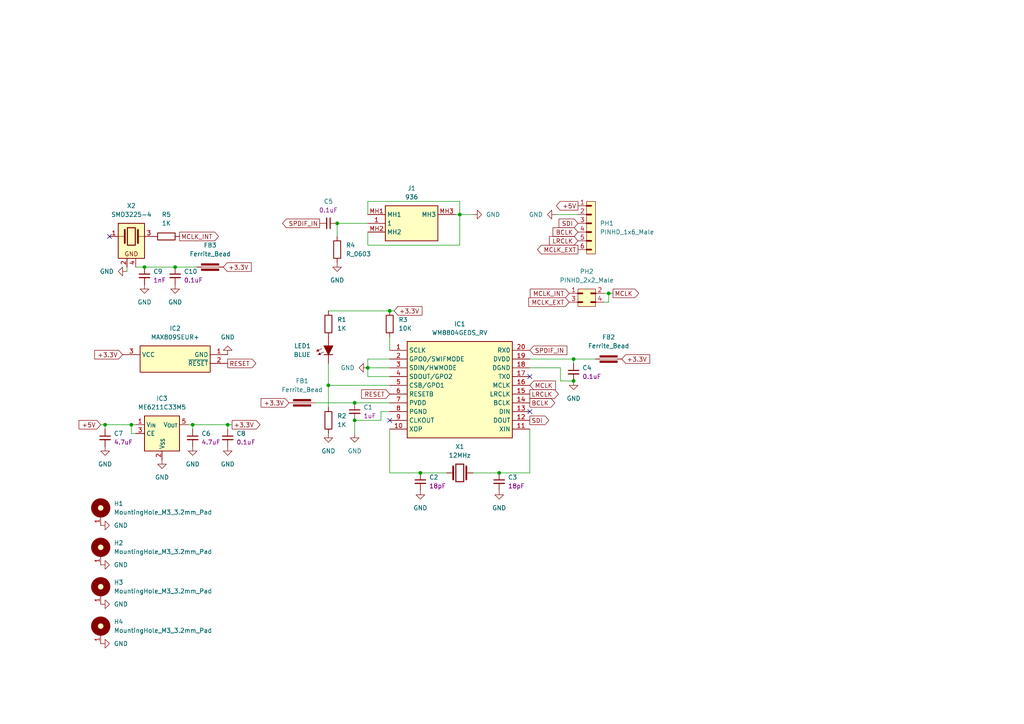
<source format=kicad_sch>
(kicad_sch (version 20231120) (generator "eeschema") (generator_version "8.0")
  (paper "A4")
  (lib_symbols
    (symbol "PCM_4ms_Capacitor:0.1uF_0603_16V" (pin_numbers hide) (pin_names (offset 0.254) hide)
      (property "Reference" "C" (at 1.905 1.27 0))
      (property "Display" "0.1uF" (at 1.905 -1.27 0))
      (symbol "0.1uF_0603_16V_0_1"
        (polyline (pts (xy -1.524 -0.508) (xy 1.524 -0.508)) (stroke (width 0.3302)))
        (polyline (pts (xy -1.524 0.508) (xy 1.524 0.508)) (stroke (width 0.3048)))
      )
      (symbol "0.1uF_0603_16V_1_1"
        (pin passive line (at 0 2.54 270) (length 2.032) (name "~") (number "1"))
        (pin passive line (at 0 -2.54 90) (length 2.032) (name "~") (number "2"))
      )
    )
    (symbol "PCM_4ms_Capacitor:18pF_0603_50V" (pin_numbers hide) (pin_names (offset 0.254) hide)
      (property "Reference" "C" (at 1.905 1.27 0))
      (property "Display" "18pF" (at 1.905 -1.27 0))
      (symbol "18pF_0603_50V_0_1"
        (polyline (pts (xy -1.524 -0.508) (xy 1.524 -0.508)) (stroke (width 0.3302)))
        (polyline (pts (xy -1.524 0.508) (xy 1.524 0.508)) (stroke (width 0.3048)))
      )
      (symbol "18pF_0603_50V_1_1"
        (pin passive line (at 0 2.54 270) (length 2.032) (name "~") (number "1"))
        (pin passive line (at 0 -2.54 90) (length 2.032) (name "~") (number "2"))
      )
    )
    (symbol "PCM_4ms_Capacitor:1nF_0603_50V" (pin_numbers hide) (pin_names (offset 0.254) hide)
      (property "Reference" "C" (at 1.905 1.27 0))
      (property "Display" "1nF" (at 1.905 -1.27 0))
      (symbol "1nF_0603_50V_0_1"
        (polyline (pts (xy -1.524 -0.508) (xy 1.524 -0.508)) (stroke (width 0.3302)))
        (polyline (pts (xy -1.524 0.508) (xy 1.524 0.508)) (stroke (width 0.3048)))
      )
      (symbol "1nF_0603_50V_1_1"
        (pin passive line (at 0 2.54 270) (length 2.032) (name "~") (number "1"))
        (pin passive line (at 0 -2.54 90) (length 2.032) (name "~") (number "2"))
      )
    )
    (symbol "PCM_4ms_Capacitor:1uF_0603_25V" (pin_numbers hide) (pin_names (offset 0.254) hide)
      (property "Reference" "C" (at 1.905 1.27 0))
      (property "Display" "1uF/25V" (at 1.905 -1.27 0))
      (symbol "1uF_0603_25V_0_1"
        (polyline (pts (xy -1.524 -0.508) (xy 1.524 -0.508)) (stroke (width 0.3302)))
        (polyline (pts (xy -1.524 0.508) (xy 1.524 0.508)) (stroke (width 0.3048)))
      )
      (symbol "1uF_0603_25V_1_1"
        (pin passive line (at 0 2.54 270) (length 2.032) (name "~") (number "1"))
        (pin passive line (at 0 -2.54 90) (length 2.032) (name "~") (number "2"))
      )
    )
    (symbol "PCM_4ms_Capacitor:4.7uF_1206_lowESR" (pin_numbers hide) (pin_names (offset 0.254) hide)
      (property "Reference" "C" (at 1.905 1.27 0))
      (property "Display" "4.7uF/16V/100mΩ" (at 1.905 -1.27 0))
      (symbol "4.7uF_1206_lowESR_0_1"
        (polyline (pts (xy -1.524 -0.508) (xy 1.524 -0.508)) (stroke (width 0.3302)))
        (polyline (pts (xy -1.524 0.508) (xy 1.524 0.508)) (stroke (width 0.3048)))
      )
      (symbol "4.7uF_1206_lowESR_1_1"
        (pin passive line (at 0 2.54 270) (length 2.032) (name "~") (number "1"))
        (pin passive line (at 0 -2.54 90) (length 2.032) (name "~") (number "2"))
      )
    )
    (symbol "PCM_4ms_Power-symbol:GND" (power) (pin_names (offset 0))
      (property "Value" "GND" (at 0 -3.81 0))
      (symbol "GND_0_1"
        (polyline (pts (xy 0 0) (xy 0 -1.27) (xy 1.27 -1.27) (xy 0 -2.54) (xy -1.27 -1.27) (xy 0 -1.27)))
      )
      (symbol "GND_1_1"
        (pin power_in line (at 0 0 270) (length 0) hide (name "GND") (number "1"))
      )
    )
    (symbol "PCM_Crystal_AKL:Crystal_Generic" (pin_numbers hide) (pin_names (offset 1.016) hide)
      (property "Reference" "X" (at 0 3.81 0))
      (property "Value" "Crystal_Generic" (at 0 -3.81 0))
      (symbol "Crystal_Generic_0_1"
        (rectangle (start -1.143 2.54) (end 1.143 -2.54) (stroke (width 0.3048)))
        (polyline (pts (xy -2.54 0) (xy -1.905 0)))
        (polyline (pts (xy -1.905 -1.905) (xy -1.905 1.905)) (stroke (width 0.508)))
        (polyline (pts (xy 1.905 -1.905) (xy 1.905 1.905)) (stroke (width 0.508)))
        (polyline (pts (xy 2.54 0) (xy 1.905 0)))
      )
      (symbol "Crystal_Generic_1_1"
        (pin passive line (at -3.81 0 0) (length 1.27) (name "1") (number "1"))
        (pin passive line (at 3.81 0 180) (length 1.27) (name "2") (number "2"))
      )
    )
    (symbol "PCM_Crystal_AKL:SMD3225-4" (pin_names (offset 1.016) hide)
      (property "Reference" "X" (at 0 8.89 0))
      (property "Value" "SMD3225-4" (at 0 6.35 0))
      (symbol "SMD3225-4_0_1"
        (rectangle (start -3.81 3.81) (end 3.81 -6.35) (stroke (width 0.254)) (fill (type background)))
        (rectangle (start -1.143 2.54) (end 1.143 -2.54) (stroke (width 0.3048)))
        (polyline (pts (xy -3.81 0) (xy -1.905 0)))
        (polyline (pts (xy -1.905 -1.905) (xy -1.905 1.905)) (stroke (width 0.508)))
        (polyline (pts (xy 1.905 -1.905) (xy 1.905 1.905)) (stroke (width 0.508)))
        (polyline (pts (xy 3.81 0) (xy 1.905 0)))
        (text "GND" (at 0 -5.08 0) (effects (font (size 1.27 1.27))))
      )
      (symbol "SMD3225-4_1_1"
        (pin passive line (at -6.35 0 0) (length 2.54) (name "E/D") (number "1"))
        (pin passive line (at -1.27 -8.89 90) (length 2.54) (name "GND") (number "2"))
        (pin passive line (at 6.35 0 180) (length 2.54) (name "OUT") (number "3"))
        (pin passive line (at 1.27 -8.89 90) (length 2.54) (name "VDD") (number "4"))
      )
    )
    (symbol "PCM_Device_AKL:Ferrite_Bead" (pin_numbers hide) (pin_names (offset 0))
      (property "Reference" "FB" (at 0 4.572 0))
      (property "Value" "Ferrite_Bead" (at 0 3.175 0))
      (symbol "Ferrite_Bead_0_1"
        (rectangle (start -2.54 1.016) (end 2.54 0.508) (fill (type outline)))
        (polyline (pts (xy 2.54 0) (xy -2.54 0)))
      )
      (symbol "Ferrite_Bead_1_1"
        (rectangle (start -2.54 -0.508) (end 2.54 -1.016) (fill (type outline)))
        (pin passive line (at -3.81 0 0) (length 1.27) (name "~") (number "1"))
        (pin passive line (at 3.81 0 180) (length 1.27) (name "~") (number "2"))
      )
    )
    (symbol "PCM_LED_AKL:LED_0603" (pin_numbers hide) (pin_names (offset 1.016) hide)
      (property "Reference" "LED" (at 0 7.62 0))
      (property "Value" "LED_0603" (at 0 5.08 0))
      (symbol "LED_0603_0_1"
        (polyline (pts (xy -0.508 1.905) (xy 0.254 3.429)) (stroke (width 0.1524)))
        (polyline (pts (xy 0 2.921) (xy -0.254 3.048)) (stroke (width 0.1524)))
        (polyline (pts (xy 0 2.921) (xy 0.254 2.794)) (stroke (width 0.1524)))
        (polyline (pts (xy 0.508 1.397) (xy 1.27 2.921)) (stroke (width 0.1524)))
        (polyline (pts (xy 1.016 2.413) (xy 0.762 2.54)) (stroke (width 0.1524)))
        (polyline (pts (xy 1.016 2.413) (xy 1.27 2.286)) (stroke (width 0.1524)))
        (polyline (pts (xy 1.27 0) (xy -1.27 0)))
        (polyline (pts (xy 1.27 1.27) (xy 1.27 -1.27)) (stroke (width 0.254)))
        (polyline (pts (xy -1.27 1.27) (xy -1.27 -1.27) (xy 1.27 0) (xy -1.27 1.27)) (stroke (width 0.254)) (fill (type outline)))
        (polyline (pts (xy 0.254 2.794) (xy -0.254 3.048) (xy 0.254 3.429) (xy 0.254 2.794)) (stroke (width 0.1524)) (fill (type outline)))
        (polyline (pts (xy 1.27 2.286) (xy 0.762 2.54) (xy 1.27 2.921) (xy 1.27 2.286)) (stroke (width 0.1524)) (fill (type outline)))
      )
      (symbol "LED_0603_0_2"
        (polyline (pts (xy -2.54 -2.54) (xy 2.54 2.54)))
        (polyline (pts (xy -1.651 0.889) (xy -2.159 2.413)))
        (polyline (pts (xy -0.508 1.27) (xy -1.016 2.794)))
        (polyline (pts (xy 0 1.778) (xy 1.778 0)) (stroke (width 0.254)))
        (polyline (pts (xy -2.159 2.413) (xy -2.286 1.778) (xy -1.6764 1.9812) (xy -2.159 2.413)) (fill (type outline)))
        (polyline (pts (xy -1.016 2.794) (xy -1.143 2.159) (xy -0.5334 2.3622) (xy -1.016 2.794)) (fill (type outline)))
        (polyline (pts (xy -0.889 -0.889) (xy -1.778 0) (xy 0.889 0.889) (xy 0 -1.778) (xy -0.889 -0.889)) (stroke (width 0.254)) (fill (type outline)))
      )
      (symbol "LED_0603_1_1"
        (pin passive line (at 3.81 0 180) (length 2.54) (name "K") (number "1"))
        (pin passive line (at -3.81 0 0) (length 2.54) (name "A") (number "2"))
      )
      (symbol "LED_0603_1_2"
        (pin passive line (at 2.54 2.54 180) (length 0) (name "K") (number "1"))
        (pin passive line (at -2.54 -2.54 0) (length 0) (name "A") (number "2"))
      )
    )
    (symbol "PCM_Resistor_AKL:R_0603" (pin_numbers hide) (pin_names (offset 0))
      (property "Reference" "R" (at 2.54 1.27 0))
      (property "Value" "R_0603" (at 2.54 -1.27 0))
      (symbol "R_0603_0_1"
        (rectangle (start -1.016 2.54) (end 1.016 -2.54) (stroke (width 0.254)))
      )
      (symbol "R_0603_0_2"
        (polyline (pts (xy -2.54 -2.54) (xy -1.524 -1.524)))
        (polyline (pts (xy 1.524 1.524) (xy 2.54 2.54)))
        (polyline (pts (xy 1.524 1.524) (xy 0.889 2.159) (xy -2.159 -0.889) (xy -0.889 -2.159) (xy 2.159 0.889) (xy 1.524 1.524)) (stroke (width 0.254)))
      )
      (symbol "R_0603_1_1"
        (pin passive line (at 0 3.81 270) (length 1.27) (name "~") (number "1"))
        (pin passive line (at 0 -3.81 90) (length 1.27) (name "~") (number "2"))
      )
      (symbol "R_0603_1_2"
        (pin passive line (at 2.54 2.54 180) (length 0) (name "") (number "1"))
        (pin passive line (at -2.54 -2.54 0) (length 0) (name "") (number "2"))
      )
    )
    (symbol "PCM_SL_Mechanical:MountingHole_M3_3.2mm_Pad"
      (property "Reference" "H" (at 0 7.62 0))
      (property "Value" "MountingHole_M3_3.2mm_Pad" (at 0 5.08 0))
      (symbol "MountingHole_M3_3.2mm_Pad_0_1"
        (circle (center 0 0) (radius 1.27) (fill (type background)))
        (circle (center 0 0) (radius 1.7961) (stroke (width 2)))
      )
      (symbol "MountingHole_M3_3.2mm_Pad_1_1"
        (pin passive line (at 0 -5.08 90) (length 2.54) (name "") (number "1"))
      )
    )
    (symbol "PCM_SL_Pin_Headers:PINHD_1x6_Male"
      (property "Reference" "J" (at 0 11.43 0))
      (property "Value" "PINHD_1x6_Male" (at 0 8.89 0))
      (symbol "PINHD_1x6_Male_0_1"
        (rectangle (start -1.27 7.62) (end 1.27 -7.62) (fill (type background)))
        (polyline (pts (xy -1.27 -6.35) (xy 0 -6.35)) (stroke (width 0.3)))
        (polyline (pts (xy -1.27 -6.35) (xy 0 -6.35)) (stroke (width 0.5)))
        (polyline (pts (xy -1.27 -3.81) (xy 0 -3.81)) (stroke (width 0.3)))
        (polyline (pts (xy -1.27 -3.81) (xy 0 -3.81)) (stroke (width 0.5)))
        (polyline (pts (xy -1.27 -1.27) (xy 0 -1.27)) (stroke (width 0.3)))
        (polyline (pts (xy -1.27 -1.27) (xy 0 -1.27)) (stroke (width 0.5)))
        (polyline (pts (xy -1.27 1.27) (xy 0 1.27)) (stroke (width 0.3)))
        (polyline (pts (xy -1.27 1.27) (xy 0 1.27)) (stroke (width 0.5)))
        (polyline (pts (xy -1.27 3.81) (xy 0 3.81)) (stroke (width 0.3)))
        (polyline (pts (xy -1.27 3.81) (xy 0 3.81)) (stroke (width 0.5)))
        (polyline (pts (xy -1.27 6.35) (xy 0 6.35)) (stroke (width 0.3)))
        (polyline (pts (xy -1.27 6.35) (xy 0 6.35)) (stroke (width 0.5)))
      )
      (symbol "PINHD_1x6_Male_1_1"
        (pin passive line (at -3.81 6.35 0) (length 2.54) (name "") (number "1"))
        (pin passive line (at -3.81 3.81 0) (length 2.54) (name "") (number "2"))
        (pin passive line (at -3.81 1.27 0) (length 2.54) (name "") (number "3"))
        (pin passive line (at -3.81 -1.27 0) (length 2.54) (name "") (number "4"))
        (pin passive line (at -3.81 -3.81 0) (length 2.54) (name "") (number "5"))
        (pin passive line (at -3.81 -6.35 0) (length 2.54) (name "") (number "6"))
      )
    )
    (symbol "PCM_SL_Pin_Headers:PINHD_2x2_Male"
      (property "Reference" "J" (at -1.27 6.35 0))
      (property "Value" "PINHD_2x2_Male" (at -1.27 3.81 0))
      (symbol "PINHD_2x2_Male_0_1"
        (rectangle (start -2.54 2.54) (end 2.54 -2.54) (fill (type background)))
        (polyline (pts (xy -2.54 -1.27) (xy -1.27 -1.27)) (stroke (width 0.3)))
        (polyline (pts (xy -2.54 -1.27) (xy -1.27 -1.27)) (stroke (width 0.5)))
        (polyline (pts (xy -2.54 1.27) (xy -1.27 1.27)) (stroke (width 0.5)))
        (polyline (pts (xy 1.27 -1.27) (xy 2.54 -1.27)) (stroke (width 0.5)))
        (polyline (pts (xy 1.27 1.27) (xy 2.54 1.27)) (stroke (width 0.5)))
      )
      (symbol "PINHD_2x2_Male_1_1"
        (pin passive line (at -5.08 1.27 0) (length 2.54) (name "") (number "1"))
        (pin passive line (at 5.08 1.27 180) (length 2.54) (name "") (number "2"))
        (pin passive line (at -5.08 -1.27 0) (length 2.54) (name "") (number "3"))
        (pin passive line (at 5.08 -1.27 180) (length 2.54) (name "") (number "4"))
      )
    )
    (symbol "Regulator_Linear:ME6211C33M5"
      (property "Reference" "U" (at -4.572 6.35 0))
      (property "Value" "ME6211C33M5" (at 10.16 8.636 0))
      (symbol "ME6211C33M5_1_1"
        (rectangle (start -5.08 5.08) (end 5.08 -5.08) (stroke (width 0.254)) (fill (type background)))
        (pin power_in line (at -7.62 2.54 0) (length 2.54) (name "V_{IN}") (number "1"))
        (pin power_in line (at 0 -7.62 90) (length 2.54) (name "V_{SS}") (number "2"))
        (pin input line (at -7.62 0 0) (length 2.54) (name "CE") (number "3"))
        (pin no_connect line (at 5.08 0 180) (length 2.54) hide (name "NC") (number "4"))
        (pin power_out line (at 7.62 2.54 180) (length 2.54) (name "V_{OUT}") (number "5"))
      )
    )
    (symbol "Samacsys:936"
      (property "Reference" "J" (at 21.59 7.62 0))
      (property "Value" "936" (at 21.59 5.08 0))
      (symbol "936_1_1"
        (rectangle (start 5.08 2.54) (end 20.32 -7.62) (stroke (width 0.254)) (fill (type background)))
        (pin passive line (at 25.4 -2.54 180) (length 5.08) (name "1") (number "1"))
        (pin passive line (at 25.4 0 180) (length 5.08) (name "MH1") (number "MH1"))
        (pin passive line (at 25.4 -5.08 180) (length 5.08) (name "MH2") (number "MH2"))
        (pin passive line (at 0 0 0) (length 5.08) (name "MH3") (number "MH3"))
      )
    )
    (symbol "Samacsys:MAX809SEUR+"
      (property "Reference" "IC" (at 26.67 7.62 0))
      (property "Value" "MAX809SEUR+" (at 26.67 5.08 0))
      (symbol "MAX809SEUR+_1_1"
        (rectangle (start 5.08 2.54) (end 25.4 -5.08) (stroke (width 0.254)) (fill (type background)))
        (pin power_in line (at 0 0 0) (length 5.08) (name "GND") (number "1"))
        (pin output line (at 0 -2.54 0) (length 5.08) (name "~{RESET}") (number "2"))
        (pin power_in line (at 30.48 0 180) (length 5.08) (name "VCC") (number "3"))
      )
    )
    (symbol "Samacsys:WM8804GEDS_RV"
      (property "Reference" "IC" (at 36.83 7.62 0))
      (property "Value" "WM8804GEDS_RV" (at 36.83 5.08 0))
      (symbol "WM8804GEDS_RV_1_1"
        (rectangle (start 5.08 2.54) (end 35.56 -25.4) (stroke (width 0.254)) (fill (type background)))
        (pin input line (at 0 0 0) (length 5.08) (name "SCLK") (number "1"))
        (pin passive line (at 0 -22.86 0) (length 5.08) (name "XOP") (number "10"))
        (pin input line (at 40.64 -22.86 180) (length 5.08) (name "XIN") (number "11"))
        (pin output line (at 40.64 -20.32 180) (length 5.08) (name "DOUT") (number "12"))
        (pin input line (at 40.64 -17.78 180) (length 5.08) (name "DIN") (number "13"))
        (pin input line (at 40.64 -15.24 180) (length 5.08) (name "BCLK") (number "14"))
        (pin input line (at 40.64 -12.7 180) (length 5.08) (name "LRCLK") (number "15"))
        (pin input line (at 40.64 -10.16 180) (length 5.08) (name "MCLK") (number "16"))
        (pin passive line (at 40.64 -7.62 180) (length 5.08) (name "TX0") (number "17"))
        (pin power_in line (at 40.64 -5.08 180) (length 5.08) (name "DGND") (number "18"))
        (pin power_in line (at 40.64 -2.54 180) (length 5.08) (name "DVDD") (number "19"))
        (pin passive line (at 0 -2.54 0) (length 5.08) (name "GPO0/SWIFMODE") (number "2"))
        (pin passive line (at 40.64 0 180) (length 5.08) (name "RX0") (number "20"))
        (pin input line (at 0 -5.08 0) (length 5.08) (name "SDIN/HWMODE") (number "3"))
        (pin output line (at 0 -7.62 0) (length 5.08) (name "SDOUT/GPO2") (number "4"))
        (pin input line (at 0 -10.16 0) (length 5.08) (name "CSB/GPO1") (number "5"))
        (pin passive line (at 0 -12.7 0) (length 5.08) (name "RESETB") (number "6"))
        (pin power_in line (at 0 -15.24 0) (length 5.08) (name "PVDD") (number "7"))
        (pin power_in line (at 0 -17.78 0) (length 5.08) (name "PGND") (number "8"))
        (pin output line (at 0 -20.32 0) (length 5.08) (name "CLKOUT") (number "9"))
      )
    )
  )
  (junction (at 55.88 123.19))
  (junction (at 102.87 116.84))
  (junction (at 144.78 137.16))
  (junction (at 66.04 123.19))
  (junction (at 113.03 90.17))
  (junction (at 133.35 62.23))
  (junction (at 97.79 64.77))
  (junction (at 176.53 85.09))
  (junction (at 38.1 123.19))
  (junction (at 102.87 121.92))
  (junction (at 166.37 104.14))
  (junction (at 106.68 106.68))
  (junction (at 50.8 77.47))
  (junction (at 30.48 123.19))
  (junction (at 121.92 137.16))
  (junction (at 95.25 111.76))
  (junction (at 41.91 77.47))
  (junction (at 166.37 110.49))
  (no_connect (at 153.67 119.38))
  (no_connect (at 31.75 68.58))
  (no_connect (at 113.03 121.92))
  (no_connect (at 153.67 109.22))
  (wire (pts (xy 36.83 78.74) (xy 36.83 77.47)))
  (wire (pts (xy 50.8 77.47) (xy 41.91 77.47)))
  (wire (pts (xy 54.61 123.19) (xy 55.88 123.19)))
  (wire (pts (xy 95.25 90.17) (xy 113.03 90.17)))
  (wire (pts (xy 106.68 62.23) (xy 106.68 58.42)))
  (wire (pts (xy 106.68 106.68) (xy 106.68 109.22)))
  (wire (pts (xy 55.88 123.19) (xy 66.04 123.19)))
  (wire (pts (xy 38.1 123.19) (xy 39.37 123.19)))
  (wire (pts (xy 133.35 62.23) (xy 132.08 62.23)))
  (wire (pts (xy 153.67 104.14) (xy 166.37 104.14)))
  (wire (pts (xy 55.88 124.46) (xy 55.88 123.19)))
  (wire (pts (xy 30.48 124.46) (xy 30.48 123.19)))
  (wire (pts (xy 113.03 97.79) (xy 113.03 101.6)))
  (wire (pts (xy 41.91 77.47) (xy 39.37 77.47)))
  (wire (pts (xy 97.79 64.77) (xy 106.68 64.77)))
  (wire (pts (xy 161.29 62.23) (xy 167.64 62.23)))
  (wire (pts (xy 106.68 58.42) (xy 133.35 58.42)))
  (wire (pts (xy 133.35 62.23) (xy 133.35 71.12)))
  (wire (pts (xy 102.87 125.73) (xy 102.87 121.92)))
  (wire (pts (xy 121.92 137.16) (xy 129.54 137.16)))
  (wire (pts (xy 95.25 105.41) (xy 95.25 111.76)))
  (wire (pts (xy 66.04 124.46) (xy 66.04 123.19)))
  (wire (pts (xy 95.25 111.76) (xy 113.03 111.76)))
  (wire (pts (xy 113.03 90.17) (xy 114.3 90.17)))
  (wire (pts (xy 153.67 106.68) (xy 162.56 106.68)))
  (wire (pts (xy 38.1 123.19) (xy 38.1 125.73)))
  (wire (pts (xy 113.03 104.14) (xy 106.68 104.14)))
  (wire (pts (xy 30.48 123.19) (xy 38.1 123.19)))
  (wire (pts (xy 113.03 124.46) (xy 113.03 137.16)))
  (wire (pts (xy 153.67 124.46) (xy 153.67 137.16)))
  (wire (pts (xy 166.37 104.14) (xy 166.37 105.41)))
  (wire (pts (xy 106.68 104.14) (xy 106.68 106.68)))
  (wire (pts (xy 106.68 71.12) (xy 133.35 71.12)))
  (wire (pts (xy 137.16 62.23) (xy 133.35 62.23)))
  (wire (pts (xy 106.68 106.68) (xy 113.03 106.68)))
  (wire (pts (xy 166.37 104.14) (xy 172.72 104.14)))
  (wire (pts (xy 113.03 119.38) (xy 110.49 119.38)))
  (wire (pts (xy 29.21 123.19) (xy 30.48 123.19)))
  (wire (pts (xy 162.56 106.68) (xy 162.56 110.49)))
  (wire (pts (xy 95.25 111.76) (xy 95.25 118.11)))
  (wire (pts (xy 176.53 85.09) (xy 177.8 85.09)))
  (wire (pts (xy 106.68 67.31) (xy 106.68 71.12)))
  (wire (pts (xy 39.37 125.73) (xy 38.1 125.73)))
  (wire (pts (xy 110.49 119.38) (xy 110.49 121.92)))
  (wire (pts (xy 162.56 110.49) (xy 166.37 110.49)))
  (wire (pts (xy 176.53 85.09) (xy 176.53 87.63)))
  (wire (pts (xy 91.44 116.84) (xy 102.87 116.84)))
  (wire (pts (xy 97.79 68.58) (xy 97.79 64.77)))
  (wire (pts (xy 57.15 77.47) (xy 50.8 77.47)))
  (wire (pts (xy 102.87 116.84) (xy 113.03 116.84)))
  (wire (pts (xy 66.04 123.19) (xy 67.31 123.19)))
  (wire (pts (xy 144.78 137.16) (xy 153.67 137.16)))
  (wire (pts (xy 113.03 109.22) (xy 106.68 109.22)))
  (wire (pts (xy 175.26 87.63) (xy 176.53 87.63)))
  (wire (pts (xy 137.16 137.16) (xy 144.78 137.16)))
  (wire (pts (xy 133.35 58.42) (xy 133.35 62.23)))
  (wire (pts (xy 113.03 137.16) (xy 121.92 137.16)))
  (wire (pts (xy 110.49 121.92) (xy 102.87 121.92)))
  (wire (pts (xy 175.26 85.09) (xy 176.53 85.09)))
  (global_label "BCLK" (shape input) (at 167.64 67.31 180) (property "Intersheetrefs" "${INTERSHEET_REFS}" (effects (hide yes))))
  (global_label "+3.3V" (shape input) (at 114.3 90.17 0) (property "Intersheetrefs" "${INTERSHEET_REFS}" (effects (hide yes))))
  (global_label "+3.3V" (shape input) (at 35.56 102.87 180) (property "Intersheetrefs" "${INTERSHEET_REFS}" (effects (hide yes))))
  (global_label "SPDIF_IN" (shape output) (at 92.71 64.77 180) (property "Intersheetrefs" "${INTERSHEET_REFS}" (effects (hide yes))))
  (global_label "BCLK" (shape output) (at 153.67 116.84 0) (property "Intersheetrefs" "${INTERSHEET_REFS}" (effects (hide yes))))
  (global_label "+3.3V" (shape output) (at 67.31 123.19 0) (property "Intersheetrefs" "${INTERSHEET_REFS}" (effects (hide yes))))
  (global_label "+3.3V" (shape input) (at 83.82 116.84 180) (property "Intersheetrefs" "${INTERSHEET_REFS}" (effects (hide yes))))
  (global_label "+5V" (shape output) (at 167.64 59.69 180) (property "Intersheetrefs" "${INTERSHEET_REFS}" (effects (hide yes))))
  (global_label "MCLK" (shape output) (at 177.8 85.09 0) (property "Intersheetrefs" "${INTERSHEET_REFS}" (effects (hide yes))))
  (global_label "RESET" (shape input) (at 113.03 114.3 180) (property "Intersheetrefs" "${INTERSHEET_REFS}" (effects (hide yes))))
  (global_label "+5V" (shape input) (at 29.21 123.19 180) (property "Intersheetrefs" "${INTERSHEET_REFS}" (effects (hide yes))))
  (global_label "MCLK_EXT" (shape output) (at 167.64 72.39 180) (property "Intersheetrefs" "${INTERSHEET_REFS}" (effects (hide yes))))
  (global_label "MCLK_INT" (shape input) (at 165.1 85.09 180) (property "Intersheetrefs" "${INTERSHEET_REFS}" (effects (hide yes))))
  (global_label "MCLK" (shape input) (at 153.67 111.76 0) (property "Intersheetrefs" "${INTERSHEET_REFS}" (effects (hide yes))))
  (global_label "RESET" (shape output) (at 66.04 105.41 0) (property "Intersheetrefs" "${INTERSHEET_REFS}" (effects (hide yes))))
  (global_label "MCLK_INT" (shape output) (at 52.07 68.58 0) (property "Intersheetrefs" "${INTERSHEET_REFS}" (effects (hide yes))))
  (global_label "+3.3V" (shape input) (at 180.34 104.14 0) (property "Intersheetrefs" "${INTERSHEET_REFS}" (effects (hide yes))))
  (global_label "LRCLK" (shape input) (at 167.64 69.85 180) (property "Intersheetrefs" "${INTERSHEET_REFS}" (effects (hide yes))))
  (global_label "SPDIF_IN" (shape input) (at 153.67 101.6 0) (property "Intersheetrefs" "${INTERSHEET_REFS}" (effects (hide yes))))
  (global_label "MCLK_EXT" (shape input) (at 165.1 87.63 180) (property "Intersheetrefs" "${INTERSHEET_REFS}" (effects (hide yes))))
  (global_label "SDI" (shape output) (at 153.67 121.92 0) (property "Intersheetrefs" "${INTERSHEET_REFS}" (effects (hide yes))))
  (global_label "+3.3V" (shape input) (at 64.77 77.47 0) (property "Intersheetrefs" "${INTERSHEET_REFS}" (effects (hide yes))))
  (global_label "LRCLK" (shape output) (at 153.67 114.3 0) (property "Intersheetrefs" "${INTERSHEET_REFS}" (effects (hide yes))))
  (global_label "SDI" (shape input) (at 167.64 64.77 180) (property "Intersheetrefs" "${INTERSHEET_REFS}" (effects (hide yes))))
  (symbol (lib_id "PCM_4ms_Capacitor:0.1uF_0603_16V") (at 66.04 127 0) (unit 1)
    (property "Reference" "C8" (at 68.58 125.7362 0) (effects (justify left)))
    (property "Value" "0.1uF_0603_16V" (effects (hide yes)))
    (property "Footprint" "Capacitor_SMD:C_0603_1608Metric" (effects (hide yes)))
    (property "Description" "0.1uF, Min. 16V 10%, X7R or X5R or similar" (effects (hide yes)))
    (property "Specifications" "0.1uF, Min. 16V 10%, X7R or X5R or similar" (effects (hide yes)))
    (property "Manufacturer" "AVX Corporation" (effects (hide yes)))
    (property "Part Number" "0603YC104KAT2A" (effects (hide yes)))
    (property "Display" "0.1uF" (at 68.58 128.2762 0) (effects (justify left)))
    (property "JLCPCB ID" "C14663" (effects (hide yes)))
  )
  (symbol (lib_id "PCM_4ms_Power-symbol:GND") (at 95.25 125.73 0) (unit 1)
    (property "Reference" "#PWR06" (effects (hide yes)))
    (property "Value" "GND" (at 95.25 130.81 0))
  )
  (symbol (lib_id "PCM_4ms_Capacitor:1nF_0603_50V") (at 41.91 80.01 0) (unit 1)
    (property "Reference" "C9" (at 44.45 78.7462 0) (effects (justify left)))
    (property "Value" "1nF_0603_50V" (effects (hide yes)))
    (property "Footprint" "Capacitor_SMD:C_0603_1608Metric" (effects (hide yes)))
    (property "Description" "1nF, 50V, 10%, C0G (NP0) or similar" (effects (hide yes)))
    (property "Specifications" "1nF, 50V, 10%, C0G (NP0) or similar" (effects (hide yes)))
    (property "Manufacturer" "Murata" (effects (hide yes)))
    (property "Part Number" "GRM1885C1H102JA01D" (effects (hide yes)))
    (property "Display" "1nF" (at 44.45 81.2862 0) (effects (justify left)))
    (property "JLCPCB ID" "C163508" (effects (hide yes)))
  )
  (symbol (lib_id "PCM_4ms_Power-symbol:GND") (at 46.99 133.35 0) (unit 1)
    (property "Reference" "#PWR02" (effects (hide yes)))
    (property "Value" "GND" (at 46.99 138.43 0))
  )
  (symbol (lib_id "PCM_4ms_Power-symbol:GND") (at 161.29 62.23 270) (unit 1)
    (property "Reference" "#PWR018" (effects (hide yes)))
    (property "Value" "GND" (at 157.48 62.2299 90) (effects (justify right)))
  )
  (symbol (lib_id "PCM_4ms_Power-symbol:GND") (at 137.16 62.23 90) (mirror x) (unit 1)
    (property "Reference" "#PWR08" (effects (hide yes)))
    (property "Value" "GND" (at 140.97 62.2299 90) (effects (justify right)))
  )
  (symbol (lib_id "PCM_Resistor_AKL:R_0603") (at 95.25 93.98 0) (unit 1)
    (property "Reference" "R1" (at 97.79 92.7099 0) (effects (justify left)))
    (property "Value" "1K" (at 97.79 95.2499 0) (effects (justify left)))
    (property "Footprint" "PCM_Resistor_SMD_AKL:R_0603_1608Metric" (effects (hide yes)))
    (property "Description" "SMD 0603 Chip Resistor, European Symbol, Alternate KiCad Library" (effects (hide yes)))
  )
  (symbol (lib_id "PCM_4ms_Power-symbol:GND") (at 66.04 129.54 0) (unit 1)
    (property "Reference" "#PWR012" (effects (hide yes)))
    (property "Value" "GND" (at 66.04 134.62 0))
  )
  (symbol (lib_id "PCM_SL_Mechanical:MountingHole_M3_3.2mm_Pad") (at 29.21 158.75 0) (unit 1)
    (property "Reference" "H2" (at 33.02 157.4799 0) (effects (justify left)))
    (property "Value" "MountingHole_M3_3.2mm_Pad" (at 33.02 160.0199 0) (effects (justify left)))
    (property "Footprint" "PCM_SL_Mechanical:MountingHole_3.2mm_Pad" (effects (hide yes)))
    (property "Description" "3.2mm Diameter Mounting Hole Pad (M3)" (effects (hide yes)))
  )
  (symbol (lib_id "PCM_Device_AKL:Ferrite_Bead") (at 176.53 104.14 0) (unit 1)
    (property "Reference" "FB2" (at 176.53 97.79 0))
    (property "Value" "Ferrite_Bead" (at 176.53 100.33 0))
    (property "Footprint" "Fuse:Fuse_0603_1608Metric" (effects (hide yes)))
    (property "Description" "Ferrite bead, Alternate KiCAD Library" (effects (hide yes)))
  )
  (symbol (lib_id "PCM_SL_Mechanical:MountingHole_M3_3.2mm_Pad") (at 29.21 181.61 0) (unit 1)
    (property "Reference" "H4" (at 33.02 180.3399 0) (effects (justify left)))
    (property "Value" "MountingHole_M3_3.2mm_Pad" (at 33.02 182.8799 0) (effects (justify left)))
    (property "Footprint" "PCM_SL_Mechanical:MountingHole_3.2mm_Pad" (effects (hide yes)))
    (property "Description" "3.2mm Diameter Mounting Hole Pad (M3)" (effects (hide yes)))
  )
  (symbol (lib_id "PCM_Resistor_AKL:R_0603") (at 48.26 68.58 90) (unit 1)
    (property "Reference" "R5" (at 48.26 62.23 90))
    (property "Value" "1K" (at 48.26 64.77 90))
    (property "Footprint" "PCM_Resistor_SMD_AKL:R_0603_1608Metric" (effects (hide yes)))
    (property "Description" "SMD 0603 Chip Resistor, European Symbol, Alternate KiCad Library" (effects (hide yes)))
  )
  (symbol (lib_id "PCM_4ms_Power-symbol:GND") (at 29.21 175.26 90) (unit 1)
    (property "Reference" "#PWR020" (effects (hide yes)))
    (property "Value" "GND" (at 33.02 175.2599 90) (effects (justify right)))
  )
  (symbol (lib_id "PCM_Device_AKL:Ferrite_Bead") (at 87.63 116.84 0) (unit 1)
    (property "Reference" "FB1" (at 87.63 110.49 0))
    (property "Value" "Ferrite_Bead" (at 87.63 113.03 0))
    (property "Footprint" "Fuse:Fuse_0603_1608Metric" (effects (hide yes)))
    (property "Description" "Ferrite bead, Alternate KiCAD Library" (effects (hide yes)))
  )
  (symbol (lib_id "PCM_Device_AKL:Ferrite_Bead") (at 60.96 77.47 0) (unit 1)
    (property "Reference" "FB3" (at 60.96 71.12 0))
    (property "Value" "Ferrite_Bead" (at 60.96 73.66 0))
    (property "Footprint" "Fuse:Fuse_0603_1608Metric" (effects (hide yes)))
    (property "Description" "Ferrite bead, Alternate KiCAD Library" (effects (hide yes)))
  )
  (symbol (lib_id "PCM_4ms_Power-symbol:GND") (at 66.04 102.87 180) (unit 1)
    (property "Reference" "#PWR07" (effects (hide yes)))
    (property "Value" "GND" (at 66.04 97.79 0))
  )
  (symbol (lib_id "PCM_Crystal_AKL:Crystal_Generic") (at 133.35 137.16 0) (unit 1)
    (property "Reference" "X1" (at 133.35 129.54 0))
    (property "Value" "12MHz" (at 133.35 132.08 0))
    (property "Footprint" "Crystal:Crystal_HC18-U_Vertical" (effects (hide yes)))
    (property "Description" "Quartz crystal, Generic symbol, Alternate KiCad Library" (effects (hide yes)))
  )
  (symbol (lib_id "PCM_4ms_Capacitor:4.7uF_1206_lowESR") (at 30.48 127 0) (unit 1)
    (property "Reference" "C7" (at 33.02 125.7362 0) (effects (justify left)))
    (property "Value" "4.7uF_1206_lowESR" (effects (hide yes)))
    (property "Footprint" "Capacitor_SMD:C_0603_1608Metric" (effects (hide yes)))
    (property "Description" "4.7uF, Min. 16V, ESR<=100mΩ@1MHz, 1206, MLCC" (effects (hide yes)))
    (property "Specifications" "4.7uF, Min. 16V, ESR<=100mΩ@1MHz, 1206, MLCC" (effects (hide yes)))
    (property "Manufacturer" "Taiyo Yuden" (effects (hide yes)))
    (property "Part Number" "EMF316AB7475KLHT" (effects (hide yes)))
    (property "Display" "4.7uF" (at 33.02 128.2762 0) (effects (justify left)))
  )
  (symbol (lib_id "PCM_4ms_Power-symbol:GND") (at 29.21 163.83 90) (unit 1)
    (property "Reference" "#PWR019" (effects (hide yes)))
    (property "Value" "GND" (at 33.02 163.8299 90) (effects (justify right)))
  )
  (symbol (lib_id "PCM_4ms_Power-symbol:GND") (at 106.68 106.68 270) (unit 1)
    (property "Reference" "#PWR013" (effects (hide yes)))
    (property "Value" "GND" (at 102.87 106.6799 90) (effects (justify right)))
  )
  (symbol (lib_id "PCM_SL_Pin_Headers:PINHD_2x2_Male") (at 170.18 86.36 0) (unit 1)
    (property "Reference" "PH2" (at 170.18 78.74 0))
    (property "Value" "PINHD_2x2_Male" (at 170.18 81.28 0))
    (property "Footprint" "Connector_PinHeader_2.54mm:PinHeader_2x02_P2.54mm_Vertical" (effects (hide yes)))
    (property "Description" "Pin Header male with pin space 2.54mm. Pin Count -4" (effects (hide yes)))
  )
  (symbol (lib_id "PCM_SL_Mechanical:MountingHole_M3_3.2mm_Pad") (at 29.21 147.32 0) (unit 1)
    (property "Reference" "H1" (at 33.02 146.0499 0) (effects (justify left)))
    (property "Value" "MountingHole_M3_3.2mm_Pad" (at 33.02 148.5899 0) (effects (justify left)))
    (property "Footprint" "PCM_SL_Mechanical:MountingHole_3.2mm_Pad" (effects (hide yes)))
    (property "Description" "3.2mm Diameter Mounting Hole Pad (M3)" (effects (hide yes)))
  )
  (symbol (lib_id "PCM_Resistor_AKL:R_0603") (at 97.79 72.39 0) (unit 1)
    (property "Reference" "R4" (at 100.33 71.1199 0) (effects (justify left)))
    (property "Value" "R_0603" (at 100.33 73.6599 0) (effects (justify left)))
    (property "Footprint" "PCM_Resistor_SMD_AKL:R_0603_1608Metric" (effects (hide yes)))
    (property "Description" "SMD 0603 Chip Resistor, European Symbol, Alternate KiCad Library" (effects (hide yes)))
  )
  (symbol (lib_id "Samacsys:936") (at 132.08 62.23 0) (mirror y) (unit 1)
    (property "Reference" "J1" (at 119.38 54.61 0))
    (property "Value" "936" (at 119.38 57.15 0))
    (property "Footprint" "Samacsys:936" (effects (hide yes)))
    (property "Datasheet" "https://www.keyelco.com/product-pdf.cfm?p=3142" (effects (hide yes)))
    (property "Description" "RCA Phono Connectors WH Snapfit 90deg PC Gold Plate .571x.465" (effects (hide yes)))
    (property "Height" "12.06" (effects (hide yes)))
    (property "Manufacturer_Name" "Keystone Electronics" (effects (hide yes)))
    (property "Manufacturer_Part_Number" "936" (effects (hide yes)))
    (property "Allied_Number" "70833968" (effects (hide yes)))
  )
  (symbol (lib_id "PCM_4ms_Capacitor:0.1uF_0603_16V") (at 50.8 80.01 0) (unit 1)
    (property "Reference" "C10" (at 53.34 78.7462 0) (effects (justify left)))
    (property "Value" "0.1uF_0603_16V" (effects (hide yes)))
    (property "Footprint" "Capacitor_SMD:C_0603_1608Metric" (effects (hide yes)))
    (property "Description" "0.1uF, Min. 16V 10%, X7R or X5R or similar" (effects (hide yes)))
    (property "Specifications" "0.1uF, Min. 16V 10%, X7R or X5R or similar" (effects (hide yes)))
    (property "Manufacturer" "AVX Corporation" (effects (hide yes)))
    (property "Part Number" "0603YC104KAT2A" (effects (hide yes)))
    (property "Display" "0.1uF" (at 53.34 81.2862 0) (effects (justify left)))
    (property "JLCPCB ID" "C14663" (effects (hide yes)))
  )
  (symbol (lib_id "PCM_4ms_Power-symbol:GND") (at 29.21 186.69 90) (unit 1)
    (property "Reference" "#PWR021" (effects (hide yes)))
    (property "Value" "GND" (at 33.02 186.6899 90) (effects (justify right)))
  )
  (symbol (lib_id "PCM_Crystal_AKL:SMD3225-4") (at 38.1 68.58 0) (unit 1)
    (property "Reference" "X2" (at 38.1 59.69 0))
    (property "Value" "SMD3225-4" (at 38.1 62.23 0))
    (property "Footprint" "PCM_Crystal_AKL:Crystal_SMD_3225-4Pin_3.2x2.5mm" (effects (hide yes)))
    (property "Description" "SMD Quartz crystal, 4 terminals, 3.2mm x 2.5mm, Alternate KiCad Library" (effects (hide yes)))
  )
  (symbol (lib_id "PCM_4ms_Capacitor:18pF_0603_50V") (at 121.92 139.7 0) (unit 1)
    (property "Reference" "C2" (at 124.46 138.4362 0) (effects (justify left)))
    (property "Value" "18pF/50V" (effects (hide yes)))
    (property "Footprint" "Capacitor_SMD:C_0603_1608Metric" (effects (hide yes)))
    (property "Description" "18pF, 50V 5% C0G (NP0) 0603" (effects (hide yes)))
    (property "Specifications" "18pF, 50V 5% C0G (NP0) 0603" (effects (hide yes)))
    (property "Manufacturer" "Kemet" (effects (hide yes)))
    (property "Part Number" "C0603C180J5GACTU" (effects (hide yes)))
    (property "Display" "18pF" (at 124.46 140.9762 0) (effects (justify left)))
    (property "JLCPCB ID" "C1647" (effects (hide yes)))
  )
  (symbol (lib_id "PCM_4ms_Capacitor:0.1uF_0603_16V") (at 166.37 107.95 0) (unit 1)
    (property "Reference" "C4" (at 168.91 106.6862 0) (effects (justify left)))
    (property "Value" "0.1uF_0603_16V" (effects (hide yes)))
    (property "Footprint" "Capacitor_SMD:C_0603_1608Metric" (effects (hide yes)))
    (property "Description" "0.1uF, Min. 16V 10%, X7R or X5R or similar" (effects (hide yes)))
    (property "Specifications" "0.1uF, Min. 16V 10%, X7R or X5R or similar" (effects (hide yes)))
    (property "Manufacturer" "AVX Corporation" (effects (hide yes)))
    (property "Part Number" "0603YC104KAT2A" (effects (hide yes)))
    (property "Display" "0.1uF" (at 168.91 109.2262 0) (effects (justify left)))
    (property "JLCPCB ID" "C14663" (effects (hide yes)))
  )
  (symbol (lib_id "PCM_4ms_Power-symbol:GND") (at 102.87 125.73 0) (unit 1)
    (property "Reference" "#PWR03" (effects (hide yes)))
    (property "Value" "GND" (at 102.87 130.81 0))
  )
  (symbol (lib_id "PCM_SL_Pin_Headers:PINHD_1x6_Male") (at 171.45 66.04 0) (unit 1)
    (property "Reference" "PH1" (at 173.99 64.7699 0) (effects (justify left)))
    (property "Value" "PINHD_1x6_Male" (at 173.99 67.3099 0) (effects (justify left)))
    (property "Footprint" "Connector_PinHeader_2.54mm:PinHeader_1x06_P2.54mm_Vertical" (effects (hide yes)))
    (property "Description" "Pin Header male with pin space 2.54mm. Pin Count -6" (effects (hide yes)))
  )
  (symbol (lib_id "Samacsys:MAX809SEUR+") (at 66.04 102.87 0) (mirror y) (unit 1)
    (property "Reference" "IC2" (at 50.8 95.25 0))
    (property "Value" "MAX809SEUR+" (at 50.8 97.79 0))
    (property "Footprint" "Samacsys:SOT95P237X112-3N" (effects (hide yes)))
    (property "Datasheet" "http://uk.rs-online.com/web/p/products/6228670P" (effects (hide yes)))
    (property "Description" "MAX809SEUR+, Reset Monitor 2.5 V, 3 V, 3.3 V, 5 V Active Low, Push-Pull, 3-Pin SOT-23" (effects (hide yes)))
    (property "Height" "1.12" (effects (hide yes)))
    (property "RS Part Number" "6228670P" (effects (hide yes)))
    (property "RS Price/Stock" "http://uk.rs-online.com/web/p/products/6228670P" (effects (hide yes)))
    (property "Manufacturer_Name" "Analog Devices" (effects (hide yes)))
    (property "Manufacturer_Part_Number" "MAX809SEUR+" (effects (hide yes)))
  )
  (symbol (lib_id "PCM_4ms_Power-symbol:GND") (at 121.92 142.24 0) (unit 1)
    (property "Reference" "#PWR010" (effects (hide yes)))
    (property "Value" "GND" (at 121.92 147.32 0))
  )
  (symbol (lib_id "PCM_4ms_Power-symbol:GND") (at 144.78 142.24 0) (unit 1)
    (property "Reference" "#PWR011" (effects (hide yes)))
    (property "Value" "GND" (at 144.78 147.32 0))
  )
  (symbol (lib_id "PCM_4ms_Power-symbol:GND") (at 97.79 76.2 0) (unit 1)
    (property "Reference" "#PWR09" (effects (hide yes)))
    (property "Value" "GND" (at 97.79 81.28 0))
  )
  (symbol (lib_id "PCM_4ms_Power-symbol:GND") (at 50.8 82.55 0) (unit 1)
    (property "Reference" "#PWR017" (effects (hide yes)))
    (property "Value" "GND" (at 50.8 87.63 0))
  )
  (symbol (lib_id "PCM_4ms_Power-symbol:GND") (at 55.88 129.54 0) (unit 1)
    (property "Reference" "#PWR05" (effects (hide yes)))
    (property "Value" "GND" (at 55.88 134.62 0))
  )
  (symbol (lib_id "PCM_SL_Mechanical:MountingHole_M3_3.2mm_Pad") (at 29.21 170.18 0) (unit 1)
    (property "Reference" "H3" (at 33.02 168.9099 0) (effects (justify left)))
    (property "Value" "MountingHole_M3_3.2mm_Pad" (at 33.02 171.4499 0) (effects (justify left)))
    (property "Footprint" "PCM_SL_Mechanical:MountingHole_3.2mm_Pad" (effects (hide yes)))
    (property "Description" "3.2mm Diameter Mounting Hole Pad (M3)" (effects (hide yes)))
  )
  (symbol (lib_id "PCM_4ms_Power-symbol:GND") (at 29.21 152.4 90) (unit 1)
    (property "Reference" "#PWR01" (effects (hide yes)))
    (property "Value" "GND" (at 33.02 152.3999 90) (effects (justify right)))
  )
  (symbol (lib_id "PCM_4ms_Power-symbol:GND") (at 36.83 78.74 270) (unit 1)
    (property "Reference" "#PWR015" (effects (hide yes)))
    (property "Value" "GND" (at 33.02 78.7399 90) (effects (justify right)))
  )
  (symbol (lib_id "PCM_4ms_Capacitor:18pF_0603_50V") (at 144.78 139.7 0) (unit 1)
    (property "Reference" "C3" (at 147.32 138.4362 0) (effects (justify left)))
    (property "Value" "18pF_0603_50V" (effects (hide yes)))
    (property "Footprint" "Capacitor_SMD:C_0603_1608Metric" (effects (hide yes)))
    (property "Description" "18pF, 50V 5% C0G (NP0) 0603" (effects (hide yes)))
    (property "Specifications" "18pF, 50V 5% C0G (NP0) 0603" (effects (hide yes)))
    (property "Manufacturer" "Kemet" (effects (hide yes)))
    (property "Part Number" "C0603C180J5GACTU" (effects (hide yes)))
    (property "Display" "18pF" (at 147.32 140.9762 0) (effects (justify left)))
    (property "JLCPCB ID" "C1647" (effects (hide yes)))
  )
  (symbol (lib_id "PCM_4ms_Capacitor:0.1uF_0603_16V") (at 95.25 64.77 270) (unit 1)
    (property "Reference" "C5" (at 95.2436 58.42 90))
    (property "Value" "0.1uF_0603_16V" (effects (hide yes)))
    (property "Footprint" "Capacitor_SMD:C_0603_1608Metric" (effects (hide yes)))
    (property "Description" "0.1uF, Min. 16V 10%, X7R or X5R or similar" (effects (hide yes)))
    (property "Specifications" "0.1uF, Min. 16V 10%, X7R or X5R or similar" (effects (hide yes)))
    (property "Manufacturer" "AVX Corporation" (effects (hide yes)))
    (property "Part Number" "0603YC104KAT2A" (effects (hide yes)))
    (property "Display" "0.1uF" (at 95.2436 60.96 90))
    (property "JLCPCB ID" "C14663" (effects (hide yes)))
  )
  (symbol (lib_id "PCM_4ms_Power-symbol:GND") (at 166.37 110.49 0) (unit 1)
    (property "Reference" "#PWR014" (effects (hide yes)))
    (property "Value" "GND" (at 166.37 115.57 0))
  )
  (symbol (lib_id "PCM_LED_AKL:LED_0603") (at 95.25 101.6 90) (mirror x) (unit 1)
    (property "Reference" "LED1" (at 90.17 100.3299 90) (effects (justify left)))
    (property "Value" "BLUE" (at 90.17 102.8699 90) (effects (justify left)))
    (property "Footprint" "PCM_LED_SMD_AKL:LED_0603_1608Metric" (effects (hide yes)))
    (property "Description" "SMD LED, 0603, Alternate KiCad Library" (effects (hide yes)))
  )
  (symbol (lib_id "Samacsys:WM8804GEDS_RV") (at 113.03 101.6 0) (unit 1)
    (property "Reference" "IC1" (at 133.35 93.98 0))
    (property "Value" "WM8804GEDS_RV" (at 133.35 96.52 0))
    (property "Footprint" "Samacsys:SOP65P780X200-20N" (effects (hide yes)))
    (property "Datasheet" "http://www.cirrus.com/en/pubs/proDatasheet/WM8804_v4.5.pdf" (effects (hide yes)))
    (property "Description" "WOLFSON MICROELECTRONICS - WM8804GEDS/RV - TRANSCEIVER, S/PDIF, 1:1, 20SSOP" (effects (hide yes)))
    (property "Height" "2" (effects (hide yes)))
    (property "Manufacturer_Name" "WOLFSON MICROELECTRONICS" (effects (hide yes)))
    (property "Manufacturer_Part_Number" "WM8804GEDS/RV" (effects (hide yes)))
  )
  (symbol (lib_id "PCM_4ms_Power-symbol:GND") (at 41.91 82.55 0) (unit 1)
    (property "Reference" "#PWR016" (effects (hide yes)))
    (property "Value" "GND" (at 41.91 87.63 0))
  )
  (symbol (lib_id "PCM_4ms_Power-symbol:GND") (at 30.48 129.54 0) (unit 1)
    (property "Reference" "#PWR04" (effects (hide yes)))
    (property "Value" "GND" (at 30.48 134.62 0))
  )
  (symbol (lib_id "PCM_Resistor_AKL:R_0603") (at 95.25 121.92 0) (unit 1)
    (property "Reference" "R2" (at 97.79 120.6499 0) (effects (justify left)))
    (property "Value" "1K" (at 97.79 123.1899 0) (effects (justify left)))
    (property "Footprint" "PCM_Resistor_SMD_AKL:R_0603_1608Metric" (effects (hide yes)))
    (property "Description" "SMD 0603 Chip Resistor, European Symbol, Alternate KiCad Library" (effects (hide yes)))
  )
  (symbol (lib_id "Regulator_Linear:ME6211C33M5") (at 46.99 125.73 0) (unit 1)
    (property "Reference" "IC3" (at 46.99 115.57 0))
    (property "Value" "ME6211C33M5" (at 46.99 118.11 0))
    (property "Footprint" "Package_TO_SOT_SMD:SOT-23-5" (effects (hide yes)))
    (property "Datasheet" "https://www.lcsc.com/datasheet/lcsc_datasheet_2304140030_MICRONE-Nanjing-Micro-One-Elec-ME6211C33R5G_C235316.pdf" (effects (hide yes)))
    (property "Description" "500mA low dropout linear regulator, shutdown pin, 6.5V max input voltage, 3.3V fixed positive output, SOT-23-5" (effects (hide yes)))
  )
  (symbol (lib_id "PCM_Resistor_AKL:R_0603") (at 113.03 93.98 0) (unit 1)
    (property "Reference" "R3" (at 115.57 92.7099 0) (effects (justify left)))
    (property "Value" "10K" (at 115.57 95.2499 0) (effects (justify left)))
    (property "Footprint" "PCM_Resistor_SMD_AKL:R_0603_1608Metric" (effects (hide yes)))
    (property "Description" "SMD 0603 Chip Resistor, European Symbol, Alternate KiCad Library" (effects (hide yes)))
  )
  (symbol (lib_id "PCM_4ms_Capacitor:4.7uF_1206_lowESR") (at 55.88 127 0) (unit 1)
    (property "Reference" "C6" (at 58.42 125.7362 0) (effects (justify left)))
    (property "Value" "4.7uF_1206_lowESR" (effects (hide yes)))
    (property "Footprint" "Capacitor_SMD:C_0603_1608Metric" (effects (hide yes)))
    (property "Description" "4.7uF, Min. 16V, ESR<=100mΩ@1MHz, 1206, MLCC" (effects (hide yes)))
    (property "Specifications" "4.7uF, Min. 16V, ESR<=100mΩ@1MHz, 1206, MLCC" (effects (hide yes)))
    (property "Manufacturer" "Taiyo Yuden" (effects (hide yes)))
    (property "Part Number" "EMF316AB7475KLHT" (effects (hide yes)))
    (property "Display" "4.7uF" (at 58.42 128.2762 0) (effects (justify left)))
  )
  (symbol (lib_id "PCM_4ms_Capacitor:1uF_0603_25V") (at 102.87 119.38 0) (unit 1)
    (property "Reference" "C1" (at 105.41 118.1162 0) (effects (justify left)))
    (property "Value" "1uF_0603_25V" (effects (hide yes)))
    (property "Footprint" "Capacitor_SMD:C_0603_1608Metric" (effects (hide yes)))
    (property "Description" "1uF, Min. 25V, 0603, Ceramic/MLCC" (effects (hide yes)))
    (property "Specifications" "1uF, Min. 25V, 0603, Ceramic/MLCC" (effects (hide yes)))
    (property "Manufacturer" "Murata" (effects (hide yes)))
    (property "Part Number" "GRM188R61E105KA12D" (effects (hide yes)))
    (property "Display" "1uF" (at 105.41 120.6562 0) (effects (justify left)))
    (property "JLCPCB ID" "C15849" (effects (hide yes)))
  )
)
</source>
